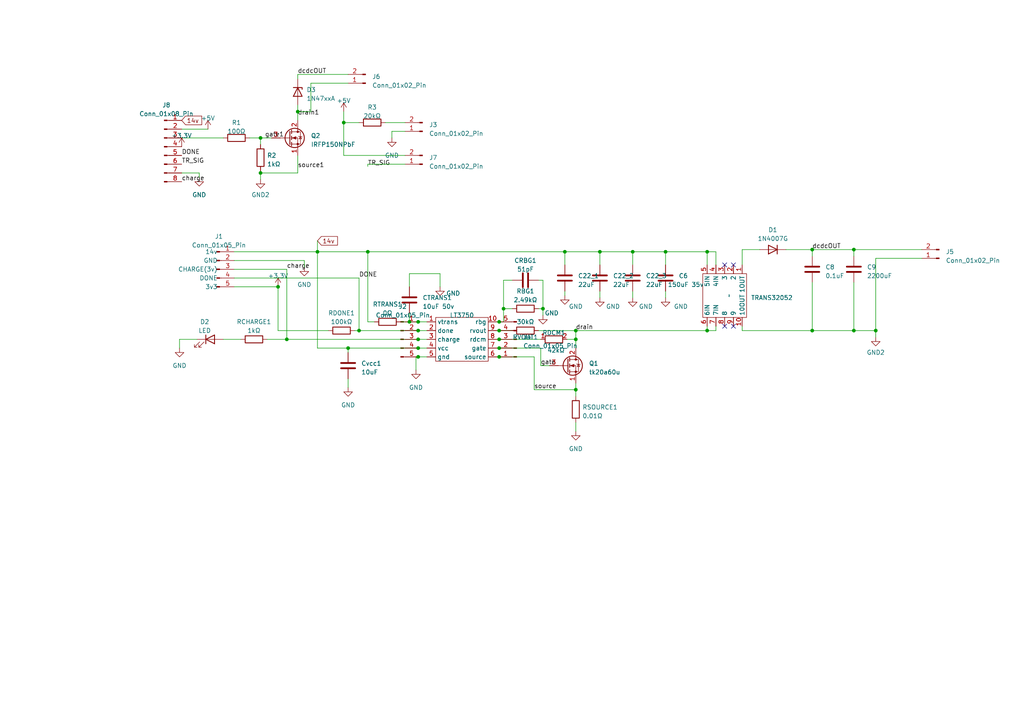
<source format=kicad_sch>
(kicad_sch (version 20230121) (generator eeschema)
  (paper "A4")
  (lib_symbols
    (symbol "2N7000_1" (pin_names hide)
      (property "Reference" "Q1" (at 6.35 0.635 0))
      (property "Value" "tk20a60u" (at 6.35 -1.905 0))
      (symbol "2N7000_1_0_1"
        (polyline (pts (xy 0.254 0) (xy -2.54 0)))
        (polyline (pts (xy 0.254 1.905) (xy 0.254 -1.905)) (stroke (width 0.254)))
        (polyline (pts (xy 0.762 -1.27) (xy 0.762 -2.286)) (stroke (width 0.254)))
        (polyline (pts (xy 0.762 0.508) (xy 0.762 -0.508)) (stroke (width 0.254)))
        (polyline (pts (xy 0.762 2.286) (xy 0.762 1.27)) (stroke (width 0.254)))
        (polyline (pts (xy 2.54 2.54) (xy 2.54 1.778)))
        (polyline (pts (xy 2.54 -2.54) (xy 2.54 0) (xy 0.762 0)))
        (polyline (pts (xy 0.762 -1.778) (xy 3.302 -1.778) (xy 3.302 1.778) (xy 0.762 1.778)))
        (polyline (pts (xy 1.016 0) (xy 2.032 0.381) (xy 2.032 -0.381) (xy 1.016 0)) (fill (type outline)))
        (polyline (pts (xy 2.794 0.508) (xy 2.921 0.381) (xy 3.683 0.381) (xy 3.81 0.254)))
        (polyline (pts (xy 3.302 0.381) (xy 2.921 -0.254) (xy 3.683 -0.254) (xy 3.302 0.381)))
        (circle (center 1.651 0) (radius 2.794) (stroke (width 0.254)))
        (circle (center 2.54 -1.778) (radius 0.254) (fill (type outline)))
        (circle (center 2.54 1.778) (radius 0.254) (fill (type outline)))
      )
      (symbol "2N7000_1_1_1"
        (pin passive line (at 2.54 -5.08 90) (length 2.54) (name "S") (number "1"))
        (pin passive line (at 2.54 5.08 270) (length 2.54) (name "D") (number "2"))
        (pin input line (at -5.08 0 0) (length 2.54) (name "G") (number "3"))
      )
    )
    (symbol "Conn_01x05_Pin_1" (pin_names (offset 1.016) hide)
      (property "Reference" "J4" (at -1.905 -0.635 0))
      (property "Value" "Conn_01x05_Pin" (at -1.905 1.905 0))
      (symbol "Conn_01x05_Pin_1_1_1"
        (rectangle (start 0 -2.413) (end 0.8636 -2.667) (stroke (width 0.1524)) (fill (type outline)))
        (polyline (pts (xy 1.27 -5.08) (xy 0.8636 -5.08)) (stroke (width 0.1524)))
        (polyline (pts (xy 1.27 -2.54) (xy 0.8636 -2.54)) (stroke (width 0.1524)))
        (polyline (pts (xy 1.27 0) (xy 0.8636 0)) (stroke (width 0.1524)))
        (polyline (pts (xy 1.27 2.54) (xy 0.8636 2.54)) (stroke (width 0.1524)))
        (polyline (pts (xy 1.27 5.08) (xy 0.8636 5.08)) (stroke (width 0.1524)))
        (rectangle (start 0 5.207) (end 0.8636 4.953) (stroke (width 0.1524)) (fill (type outline)))
        (rectangle (start 0.8636 -4.953) (end 0 -5.207) (stroke (width 0.1524)) (fill (type outline)))
        (rectangle (start 0.8636 0.127) (end 0 -0.127) (stroke (width 0.1524)) (fill (type outline)))
        (rectangle (start 0.8636 2.667) (end 0 2.413) (stroke (width 0.1524)) (fill (type outline)))
        (pin passive line (at 5.08 5.08 180) (length 3.81) (name "source") (number "1"))
        (pin passive line (at 5.08 2.54 180) (length 3.81) (name "gate") (number "2"))
        (pin passive line (at 5.08 0 180) (length 3.81) (name "rdcm") (number "3"))
        (pin passive line (at 5.08 -2.54 180) (length 3.81) (name "rvout") (number "4"))
        (pin passive line (at 5.08 -5.08 180) (length 3.81) (name "rbg") (number "5"))
      )
    )
    (symbol "Conn_01x05_Pin_2" (pin_names (offset 1.016) hide)
      (property "Reference" "J2" (at 0.635 9.525 0))
      (property "Value" "Conn_01x05_Pin" (at 0.635 6.985 0))
      (symbol "Conn_01x05_Pin_2_1_1"
        (polyline (pts (xy 1.27 -5.08) (xy 0.8636 -5.08)) (stroke (width 0.1524)))
        (polyline (pts (xy 1.27 -2.54) (xy 0.8636 -2.54)) (stroke (width 0.1524)))
        (polyline (pts (xy 1.27 0) (xy 0.8636 0)) (stroke (width 0.1524)))
        (polyline (pts (xy 1.27 2.54) (xy 0.8636 2.54)) (stroke (width 0.1524)))
        (polyline (pts (xy 1.27 5.08) (xy 0.8636 5.08)) (stroke (width 0.1524)))
        (rectangle (start 0.8636 -4.953) (end 0 -5.207) (stroke (width 0.1524)) (fill (type outline)))
        (rectangle (start 0.8636 -2.413) (end 0 -2.667) (stroke (width 0.1524)) (fill (type outline)))
        (rectangle (start 0.8636 0.127) (end 0 -0.127) (stroke (width 0.1524)) (fill (type outline)))
        (rectangle (start 0.8636 2.667) (end 0 2.413) (stroke (width 0.1524)) (fill (type outline)))
        (rectangle (start 0.8636 5.207) (end 0 4.953) (stroke (width 0.1524)) (fill (type outline)))
        (pin passive line (at 5.08 5.08 180) (length 3.81) (name "vtrans") (number "1"))
        (pin passive line (at 5.08 2.54 180) (length 3.81) (name "done") (number "2"))
        (pin passive line (at 5.08 0 180) (length 3.81) (name "charge") (number "3"))
        (pin passive line (at 5.08 -2.54 180) (length 3.81) (name "vcc") (number "4"))
        (pin passive line (at 5.08 -5.08 180) (length 3.81) (name "gnd") (number "5"))
      )
    )
    (symbol "Connector:Conn_01x02_Pin" (pin_names (offset 1.016) hide)
      (property "Reference" "J" (at 0 2.54 0))
      (property "Value" "Conn_01x02_Pin" (at 0 -5.08 0))
      (symbol "Conn_01x02_Pin_1_1"
        (polyline (pts (xy 1.27 -2.54) (xy 0.8636 -2.54)) (stroke (width 0.1524)))
        (polyline (pts (xy 1.27 0) (xy 0.8636 0)) (stroke (width 0.1524)))
        (rectangle (start 0.8636 -2.413) (end 0 -2.667) (stroke (width 0.1524)) (fill (type outline)))
        (rectangle (start 0.8636 0.127) (end 0 -0.127) (stroke (width 0.1524)) (fill (type outline)))
        (pin passive line (at 5.08 0 180) (length 3.81) (name "Pin_1") (number "1"))
        (pin passive line (at 5.08 -2.54 180) (length 3.81) (name "Pin_2") (number "2"))
      )
    )
    (symbol "Connector:Conn_01x05_Pin" (pin_names (offset 1.016))
      (property "Reference" "J1" (at 0.635 9.525 0))
      (property "Value" "Conn_01x05_Pin" (at 0.635 6.985 0))
      (symbol "Conn_01x05_Pin_1_1"
        (polyline (pts (xy 1.27 -5.08) (xy 0.8636 -5.08)) (stroke (width 0.1524)))
        (polyline (pts (xy 1.27 -2.54) (xy 0.8636 -2.54)) (stroke (width 0.1524)))
        (polyline (pts (xy 1.27 0) (xy 0.8636 0)) (stroke (width 0.1524)))
        (polyline (pts (xy 1.27 2.54) (xy 0.8636 2.54)) (stroke (width 0.1524)))
        (polyline (pts (xy 1.27 5.08) (xy 0.8636 5.08)) (stroke (width 0.1524)))
        (rectangle (start 0.8636 -4.953) (end 0 -5.207) (stroke (width 0.1524)) (fill (type outline)))
        (rectangle (start 0.8636 -2.413) (end 0 -2.667) (stroke (width 0.1524)) (fill (type outline)))
        (rectangle (start 0.8636 0.127) (end 0 -0.127) (stroke (width 0.1524)) (fill (type outline)))
        (rectangle (start 0.8636 2.667) (end 0 2.413) (stroke (width 0.1524)) (fill (type outline)))
        (rectangle (start 0.8636 5.207) (end 0 4.953) (stroke (width 0.1524)) (fill (type outline)))
        (pin passive line (at 5.08 5.08 180) (length 3.81) (name "14v") (number "1"))
        (pin passive line (at 5.08 2.54 180) (length 3.81) (name "GND") (number "2"))
        (pin passive line (at 5.08 0 180) (length 3.81) (name "CHARGE(3v)") (number "3"))
        (pin passive line (at 5.08 -2.54 180) (length 3.81) (name "DONE") (number "4"))
        (pin passive line (at 5.08 -5.08 180) (length 3.81) (name "3v3") (number "5"))
      )
    )
    (symbol "Connector:Conn_01x08_Pin" (pin_names (offset 1.016) hide)
      (property "Reference" "J" (at 0 10.16 0))
      (property "Value" "Conn_01x08_Pin" (at 0 -12.7 0))
      (symbol "Conn_01x08_Pin_1_1"
        (polyline (pts (xy 1.27 -10.16) (xy 0.8636 -10.16)) (stroke (width 0.1524)))
        (polyline (pts (xy 1.27 -7.62) (xy 0.8636 -7.62)) (stroke (width 0.1524)))
        (polyline (pts (xy 1.27 -5.08) (xy 0.8636 -5.08)) (stroke (width 0.1524)))
        (polyline (pts (xy 1.27 -2.54) (xy 0.8636 -2.54)) (stroke (width 0.1524)))
        (polyline (pts (xy 1.27 0) (xy 0.8636 0)) (stroke (width 0.1524)))
        (polyline (pts (xy 1.27 2.54) (xy 0.8636 2.54)) (stroke (width 0.1524)))
        (polyline (pts (xy 1.27 5.08) (xy 0.8636 5.08)) (stroke (width 0.1524)))
        (polyline (pts (xy 1.27 7.62) (xy 0.8636 7.62)) (stroke (width 0.1524)))
        (rectangle (start 0.8636 -10.033) (end 0 -10.287) (stroke (width 0.1524)) (fill (type outline)))
        (rectangle (start 0.8636 -7.493) (end 0 -7.747) (stroke (width 0.1524)) (fill (type outline)))
        (rectangle (start 0.8636 -4.953) (end 0 -5.207) (stroke (width 0.1524)) (fill (type outline)))
        (rectangle (start 0.8636 -2.413) (end 0 -2.667) (stroke (width 0.1524)) (fill (type outline)))
        (rectangle (start 0.8636 0.127) (end 0 -0.127) (stroke (width 0.1524)) (fill (type outline)))
        (rectangle (start 0.8636 2.667) (end 0 2.413) (stroke (width 0.1524)) (fill (type outline)))
        (rectangle (start 0.8636 5.207) (end 0 4.953) (stroke (width 0.1524)) (fill (type outline)))
        (rectangle (start 0.8636 7.747) (end 0 7.493) (stroke (width 0.1524)) (fill (type outline)))
        (pin passive line (at 5.08 7.62 180) (length 3.81) (name "Pin_1") (number "1"))
        (pin passive line (at 5.08 5.08 180) (length 3.81) (name "Pin_2") (number "2"))
        (pin passive line (at 5.08 2.54 180) (length 3.81) (name "Pin_3") (number "3"))
        (pin passive line (at 5.08 0 180) (length 3.81) (name "Pin_4") (number "4"))
        (pin passive line (at 5.08 -2.54 180) (length 3.81) (name "Pin_5") (number "5"))
        (pin passive line (at 5.08 -5.08 180) (length 3.81) (name "Pin_6") (number "6"))
        (pin passive line (at 5.08 -7.62 180) (length 3.81) (name "Pin_7") (number "7"))
        (pin passive line (at 5.08 -10.16 180) (length 3.81) (name "Pin_8") (number "8"))
      )
    )
    (symbol "DCDC:32052"
      (property "Reference" "U" (at 0 0 0))
      (symbol "32052_0_1"
        (rectangle (start -6.35 7.62) (end 6.35 -5.08))
      )
      (symbol "32052_1_1"
        (pin input line (at 8.89 -3.81 180) (length 2.54) (name "1OUT") (number "1"))
        (pin input line (at -8.89 -3.81 0) (length 2.54) (name "10OUT") (number "10"))
        (pin input line (at 8.89 -1.27 180) (length 2.54) (name "2") (number "2"))
        (pin input line (at 8.89 1.27 180) (length 2.54) (name "3") (number "3"))
        (pin input line (at 8.89 3.81 180) (length 2.54) (name "4IN") (number "4"))
        (pin input line (at 8.89 6.35 180) (length 2.54) (name "5IN") (number "5"))
        (pin input line (at -8.89 6.35 0) (length 2.54) (name "6IN") (number "6"))
        (pin input line (at -8.89 3.81 0) (length 2.54) (name "7IN") (number "7"))
        (pin input line (at -8.89 1.27 0) (length 2.54) (name "8") (number "8"))
        (pin input line (at -8.89 -1.27 0) (length 2.54) (name "9") (number "9"))
      )
    )
    (symbol "Device:C" (pin_numbers hide) (pin_names (offset 0.254))
      (property "Reference" "C" (at 0.635 2.54 0))
      (property "Value" "C" (at 0.635 -2.54 0))
      (symbol "C_0_1"
        (polyline (pts (xy -2.032 -0.762) (xy 2.032 -0.762)) (stroke (width 0.508)))
        (polyline (pts (xy -2.032 0.762) (xy 2.032 0.762)) (stroke (width 0.508)))
      )
      (symbol "C_1_1"
        (pin passive line (at 0 3.81 270) (length 2.794) (name "~") (number "1"))
        (pin passive line (at 0 -3.81 90) (length 2.794) (name "~") (number "2"))
      )
    )
    (symbol "Device:LED" (pin_numbers hide) (pin_names (offset 1.016) hide)
      (property "Reference" "D" (at 0 2.54 0))
      (property "Value" "LED" (at 0 -2.54 0))
      (symbol "LED_0_1"
        (polyline (pts (xy -1.27 -1.27) (xy -1.27 1.27)) (stroke (width 0.254)))
        (polyline (pts (xy -1.27 0) (xy 1.27 0)))
        (polyline (pts (xy 1.27 -1.27) (xy 1.27 1.27) (xy -1.27 0) (xy 1.27 -1.27)) (stroke (width 0.254)))
        (polyline (pts (xy -3.048 -0.762) (xy -4.572 -2.286) (xy -3.81 -2.286) (xy -4.572 -2.286) (xy -4.572 -1.524)))
        (polyline (pts (xy -1.778 -0.762) (xy -3.302 -2.286) (xy -2.54 -2.286) (xy -3.302 -2.286) (xy -3.302 -1.524)))
      )
      (symbol "LED_1_1"
        (pin passive line (at -3.81 0 0) (length 2.54) (name "K") (number "1"))
        (pin passive line (at 3.81 0 180) (length 2.54) (name "A") (number "2"))
      )
    )
    (symbol "Device:R" (pin_numbers hide) (pin_names (offset 0))
      (property "Reference" "R" (at 2.032 0 90))
      (property "Value" "R" (at 0 0 90))
      (symbol "R_0_1"
        (rectangle (start -1.016 -2.54) (end 1.016 2.54) (stroke (width 0.254)))
      )
      (symbol "R_1_1"
        (pin passive line (at 0 3.81 270) (length 1.27) (name "~") (number "1"))
        (pin passive line (at 0 -3.81 90) (length 1.27) (name "~") (number "2"))
      )
    )
    (symbol "Diode:1N47xxA" (pin_numbers hide) (pin_names hide)
      (property "Reference" "D" (at 0 2.54 0))
      (property "Value" "1N47xxA" (at 0 -2.54 0))
      (symbol "1N47xxA_0_1"
        (polyline (pts (xy 1.27 0) (xy -1.27 0)))
        (polyline (pts (xy -1.27 -1.27) (xy -1.27 1.27) (xy -0.762 1.27)) (stroke (width 0.254)))
        (polyline (pts (xy 1.27 -1.27) (xy 1.27 1.27) (xy -1.27 0) (xy 1.27 -1.27)) (stroke (width 0.254)))
      )
      (symbol "1N47xxA_1_1"
        (pin passive line (at -3.81 0 0) (length 2.54) (name "K") (number "1"))
        (pin passive line (at 3.81 0 180) (length 2.54) (name "A") (number "2"))
      )
    )
    (symbol "Diode:1N914" (pin_numbers hide) (pin_names hide)
      (property "Reference" "D" (at 0 2.54 0))
      (property "Value" "1N914" (at 0 -2.54 0))
      (symbol "1N914_0_1"
        (polyline (pts (xy -1.27 1.27) (xy -1.27 -1.27)) (stroke (width 0.254)))
        (polyline (pts (xy 1.27 0) (xy -1.27 0)))
        (polyline (pts (xy 1.27 1.27) (xy 1.27 -1.27) (xy -1.27 0) (xy 1.27 1.27)) (stroke (width 0.254)))
      )
      (symbol "1N914_1_1"
        (pin passive line (at -3.81 0 0) (length 2.54) (name "K") (number "1"))
        (pin passive line (at 3.81 0 180) (length 2.54) (name "A") (number "2"))
      )
    )
    (symbol "LT3750:LT3750"
      (property "Reference" "LT1" (at 0 3.175 0))
      (symbol "LT3750_0_1"
        (rectangle (start -7.62 2.54) (end 7.62 -10.16))
      )
      (symbol "LT3750_1_1"
        (pin input line (at -10.16 1.27 0) (length 2.54) (name "vtrans") (number "1"))
        (pin input line (at 10.16 1.27 180) (length 2.54) (name "rbg") (number "10"))
        (pin input line (at -10.16 -1.27 0) (length 2.54) (name "done") (number "2"))
        (pin input line (at -10.16 -3.81 0) (length 2.54) (name "charge") (number "3"))
        (pin input line (at -10.16 -6.35 0) (length 2.54) (name "vcc") (number "4"))
        (pin input line (at -10.16 -8.89 0) (length 2.54) (name "gnd") (number "5"))
        (pin input line (at 10.16 -8.89 180) (length 2.54) (name "source") (number "6"))
        (pin input line (at 10.16 -6.35 180) (length 2.54) (name "gate") (number "7"))
        (pin input line (at 10.16 -3.81 180) (length 2.54) (name "rdcm") (number "8"))
        (pin input line (at 10.16 -1.27 180) (length 2.54) (name "rvout") (number "9"))
      )
    )
    (symbol "R_1" (pin_names (offset 0))
      (property "Reference" "R" (at 2.032 0 90))
      (property "Value" "R" (at 0 0 90))
      (symbol "R_1_0_1"
        (rectangle (start -1.016 -2.54) (end 1.016 2.54) (stroke (width 0.254)))
      )
      (symbol "R_1_1_1"
        (pin passive line (at 0 3.81 270) (length 1.27) (name "~") (number "1"))
        (pin passive line (at 0 -3.81 90) (length 1.27) (name "~") (number "2"))
      )
    )
    (symbol "Transistor_FET:2N7000" (pin_names hide)
      (property "Reference" "Q2" (at 6.35 0.635 0))
      (property "Value" "IRFP150NPbF" (at 6.35 -1.905 0))
      (symbol "2N7000_0_1"
        (polyline (pts (xy 0.254 0) (xy -2.54 0)))
        (polyline (pts (xy 0.254 1.905) (xy 0.254 -1.905)) (stroke (width 0.254)))
        (polyline (pts (xy 0.762 -1.27) (xy 0.762 -2.286)) (stroke (width 0.254)))
        (polyline (pts (xy 0.762 0.508) (xy 0.762 -0.508)) (stroke (width 0.254)))
        (polyline (pts (xy 0.762 2.286) (xy 0.762 1.27)) (stroke (width 0.254)))
        (polyline (pts (xy 2.54 2.54) (xy 2.54 1.778)))
        (polyline (pts (xy 2.54 -2.54) (xy 2.54 0) (xy 0.762 0)))
        (polyline (pts (xy 0.762 -1.778) (xy 3.302 -1.778) (xy 3.302 1.778) (xy 0.762 1.778)))
        (polyline (pts (xy 1.016 0) (xy 2.032 0.381) (xy 2.032 -0.381) (xy 1.016 0)) (fill (type outline)))
        (polyline (pts (xy 2.794 0.508) (xy 2.921 0.381) (xy 3.683 0.381) (xy 3.81 0.254)))
        (polyline (pts (xy 3.302 0.381) (xy 2.921 -0.254) (xy 3.683 -0.254) (xy 3.302 0.381)))
        (circle (center 1.651 0) (radius 2.794) (stroke (width 0.254)))
        (circle (center 2.54 -1.778) (radius 0.254) (fill (type outline)))
        (circle (center 2.54 1.778) (radius 0.254) (fill (type outline)))
      )
      (symbol "2N7000_1_1"
        (pin passive line (at 2.54 -5.08 90) (length 2.54) (name "S") (number "1"))
        (pin passive line (at 2.54 5.08 270) (length 2.54) (name "D") (number "2"))
        (pin input line (at -5.08 0 0) (length 2.54) (name "G") (number "3"))
      )
    )
    (symbol "power:+3.3V" (power) (pin_names (offset 0))
      (property "Value" "+3.3V" (at 0 3.556 0))
      (symbol "+3.3V_0_1"
        (polyline (pts (xy -0.762 1.27) (xy 0 2.54)))
        (polyline (pts (xy 0 0) (xy 0 2.54)))
        (polyline (pts (xy 0 2.54) (xy 0.762 1.27)))
      )
      (symbol "+3.3V_1_1"
        (pin power_in line (at 0 0 90) (length 0) hide (name "+3.3V") (number "1"))
      )
    )
    (symbol "power:+5V" (power) (pin_names (offset 0))
      (property "Value" "+5V" (at 0 3.556 0))
      (symbol "+5V_0_1"
        (polyline (pts (xy -0.762 1.27) (xy 0 2.54)))
        (polyline (pts (xy 0 0) (xy 0 2.54)))
        (polyline (pts (xy 0 2.54) (xy 0.762 1.27)))
      )
      (symbol "+5V_1_1"
        (pin power_in line (at 0 0 90) (length 0) hide (name "+5V") (number "1"))
      )
    )
    (symbol "power:GND" (power) (pin_names (offset 0))
      (property "Value" "GND" (at 0 -3.81 0))
      (symbol "GND_0_1"
        (polyline (pts (xy 0 0) (xy 0 -1.27) (xy 1.27 -1.27) (xy 0 -2.54) (xy -1.27 -1.27) (xy 0 -1.27)))
      )
      (symbol "GND_1_1"
        (pin power_in line (at 0 0 270) (length 0) hide (name "GND") (number "1"))
      )
    )
    (symbol "power:GND2" (power) (pin_names (offset 0))
      (property "Value" "GND2" (at 0 -3.81 0))
      (symbol "GND2_0_1"
        (polyline (pts (xy 0 0) (xy 0 -1.27) (xy 1.27 -1.27) (xy 0 -2.54) (xy -1.27 -1.27) (xy 0 -1.27)))
      )
      (symbol "GND2_1_1"
        (pin power_in line (at 0 0 270) (length 0) hide (name "GND2") (number "1"))
      )
    )
  )
  (junction (at 205.105 95.885))
  (junction (at 163.83 73.025))
  (junction (at 104.14 95.885))
  (junction (at 247.65 95.885))
  (junction (at 247.65 72.39))
  (junction (at 144.78 95.885))
  (junction (at 183.515 73.025))
  (junction (at 121.285 100.965))
  (junction (at 235.585 72.39))
  (junction (at 92.075 73.025))
  (junction (at 121.285 98.425))
  (junction (at 205.105 73.025))
  (junction (at 106.68 73.025))
  (junction (at 121.285 95.885))
  (junction (at 144.78 100.965))
  (junction (at 144.78 103.505))
  (junction (at 144.78 93.345))
  (junction (at 235.585 95.885))
  (junction (at 99.695 35.56))
  (junction (at 167.005 98.425))
  (junction (at 193.04 73.025))
  (junction (at 75.565 40.005))
  (junction (at 146.05 89.535))
  (junction (at 157.48 89.535))
  (junction (at 80.645 83.185))
  (junction (at 144.78 98.425))
  (junction (at 121.285 93.345))
  (junction (at 83.185 98.425))
  (junction (at 173.99 73.025))
  (junction (at 86.36 32.385))
  (junction (at 121.285 103.505))
  (junction (at 118.745 93.345))
  (junction (at 167.005 95.885))
  (junction (at 100.965 100.965))
  (junction (at 75.565 50.165))
  (junction (at 254 95.885))
  (junction (at 167.005 113.03))
  (no_connect (at 210.185 94.615))
  (no_connect (at 212.725 94.615))
  (no_connect (at 210.185 76.835))
  (no_connect (at 212.725 76.835))
  (wire (pts (xy 127.635 79.375) (xy 127.635 83.185)))
  (wire (pts (xy 57.785 50.165) (xy 57.785 51.435)))
  (wire (pts (xy 183.515 84.455) (xy 183.515 86.36)))
  (wire (pts (xy 106.68 93.345) (xy 106.68 73.025)))
  (wire (pts (xy 207.645 95.885) (xy 207.645 94.615)))
  (wire (pts (xy 72.39 40.005) (xy 75.565 40.005)))
  (wire (pts (xy 75.565 49.53) (xy 75.565 50.165)))
  (wire (pts (xy 167.005 98.425) (xy 167.005 100.965)))
  (wire (pts (xy 183.515 73.025) (xy 193.04 73.025)))
  (wire (pts (xy 104.14 95.885) (xy 104.14 80.645)))
  (wire (pts (xy 86.36 30.48) (xy 86.36 32.385)))
  (wire (pts (xy 154.94 113.03) (xy 167.005 113.03)))
  (wire (pts (xy 80.645 83.185) (xy 67.945 83.185)))
  (wire (pts (xy 80.645 95.885) (xy 80.645 83.185)))
  (wire (pts (xy 95.25 95.885) (xy 80.645 95.885)))
  (wire (pts (xy 254 95.885) (xy 254 97.79)))
  (wire (pts (xy 52.705 40.005) (xy 64.77 40.005)))
  (wire (pts (xy 235.585 72.39) (xy 235.585 74.295)))
  (wire (pts (xy 167.005 98.425) (xy 167.005 95.885)))
  (wire (pts (xy 104.14 35.56) (xy 99.695 35.56)))
  (wire (pts (xy 235.585 72.39) (xy 247.65 72.39)))
  (wire (pts (xy 205.105 73.025) (xy 207.645 73.025)))
  (wire (pts (xy 86.36 32.385) (xy 86.36 34.925)))
  (wire (pts (xy 123.825 100.965) (xy 121.285 100.965)))
  (wire (pts (xy 157.48 89.535) (xy 157.48 91.44)))
  (wire (pts (xy 156.21 89.535) (xy 157.48 89.535)))
  (wire (pts (xy 116.205 93.345) (xy 118.745 93.345)))
  (wire (pts (xy 67.945 78.105) (xy 83.185 78.105)))
  (wire (pts (xy 52.705 50.165) (xy 57.785 50.165)))
  (wire (pts (xy 83.185 98.425) (xy 121.285 98.425)))
  (wire (pts (xy 117.475 47.625) (xy 106.68 47.625)))
  (wire (pts (xy 118.745 93.345) (xy 121.285 93.345)))
  (wire (pts (xy 144.145 95.885) (xy 144.78 95.885)))
  (wire (pts (xy 106.68 47.625) (xy 106.68 48.26)))
  (wire (pts (xy 86.36 50.165) (xy 75.565 50.165)))
  (wire (pts (xy 102.87 95.885) (xy 104.14 95.885)))
  (wire (pts (xy 144.145 93.345) (xy 144.78 93.345)))
  (wire (pts (xy 100.965 24.13) (xy 90.17 24.13)))
  (wire (pts (xy 205.105 95.885) (xy 205.105 94.615)))
  (wire (pts (xy 157.48 89.535) (xy 157.48 81.28)))
  (wire (pts (xy 173.99 73.025) (xy 183.515 73.025)))
  (wire (pts (xy 121.285 98.425) (xy 123.825 98.425)))
  (wire (pts (xy 173.99 73.025) (xy 173.99 76.835)))
  (wire (pts (xy 167.005 95.885) (xy 205.105 95.885)))
  (wire (pts (xy 146.05 89.535) (xy 148.59 89.535)))
  (wire (pts (xy 92.075 73.025) (xy 106.68 73.025)))
  (wire (pts (xy 77.47 98.425) (xy 83.185 98.425)))
  (wire (pts (xy 86.36 45.085) (xy 86.36 50.165)))
  (wire (pts (xy 146.05 93.345) (xy 146.05 89.535)))
  (wire (pts (xy 247.65 72.39) (xy 267.335 72.39)))
  (wire (pts (xy 86.36 22.86) (xy 86.36 21.59)))
  (wire (pts (xy 164.465 98.425) (xy 167.005 98.425)))
  (wire (pts (xy 100.965 100.965) (xy 100.965 102.235)))
  (wire (pts (xy 254 95.885) (xy 247.65 95.885)))
  (wire (pts (xy 113.665 38.1) (xy 113.665 40.005)))
  (wire (pts (xy 67.945 75.565) (xy 88.265 75.565)))
  (wire (pts (xy 99.695 45.085) (xy 99.695 35.56)))
  (wire (pts (xy 215.265 72.39) (xy 220.345 72.39)))
  (wire (pts (xy 254 74.93) (xy 267.335 74.93)))
  (wire (pts (xy 157.48 81.28) (xy 156.21 81.28)))
  (wire (pts (xy 144.145 103.505) (xy 144.78 103.505)))
  (wire (pts (xy 215.265 76.835) (xy 215.265 72.39)))
  (wire (pts (xy 92.075 100.965) (xy 100.965 100.965)))
  (wire (pts (xy 146.05 81.28) (xy 148.59 81.28)))
  (wire (pts (xy 163.83 73.025) (xy 163.83 76.835)))
  (wire (pts (xy 52.07 100.965) (xy 52.07 98.425)))
  (wire (pts (xy 90.17 32.385) (xy 86.36 32.385)))
  (wire (pts (xy 121.285 95.885) (xy 123.825 95.885)))
  (wire (pts (xy 144.78 100.965) (xy 156.845 100.965)))
  (wire (pts (xy 235.585 81.915) (xy 235.585 95.885)))
  (wire (pts (xy 173.99 84.455) (xy 173.99 86.36)))
  (wire (pts (xy 90.17 24.13) (xy 90.17 32.385)))
  (wire (pts (xy 104.14 95.885) (xy 121.285 95.885)))
  (wire (pts (xy 207.645 73.025) (xy 207.645 76.835)))
  (wire (pts (xy 92.075 69.85) (xy 92.075 73.025)))
  (wire (pts (xy 235.585 95.885) (xy 247.65 95.885)))
  (wire (pts (xy 120.65 107.315) (xy 120.65 103.505)))
  (wire (pts (xy 205.105 95.885) (xy 207.645 95.885)))
  (wire (pts (xy 144.145 98.425) (xy 144.78 98.425)))
  (wire (pts (xy 92.075 100.965) (xy 92.075 73.025)))
  (wire (pts (xy 67.945 73.025) (xy 92.075 73.025)))
  (wire (pts (xy 75.565 50.165) (xy 75.565 52.07)))
  (wire (pts (xy 86.36 21.59) (xy 100.965 21.59)))
  (wire (pts (xy 144.78 93.345) (xy 146.05 93.345)))
  (wire (pts (xy 154.94 103.505) (xy 154.94 113.03)))
  (wire (pts (xy 156.21 95.885) (xy 167.005 95.885)))
  (wire (pts (xy 193.04 73.025) (xy 205.105 73.025)))
  (wire (pts (xy 121.285 93.345) (xy 123.825 93.345)))
  (wire (pts (xy 146.05 89.535) (xy 146.05 81.28)))
  (wire (pts (xy 156.845 106.045) (xy 159.385 106.045)))
  (wire (pts (xy 104.14 80.645) (xy 67.945 80.645)))
  (wire (pts (xy 163.83 73.025) (xy 173.99 73.025)))
  (wire (pts (xy 111.76 35.56) (xy 117.475 35.56)))
  (wire (pts (xy 144.78 95.885) (xy 148.59 95.885)))
  (wire (pts (xy 118.745 79.375) (xy 127.635 79.375)))
  (wire (pts (xy 88.265 75.565) (xy 88.265 77.47)))
  (wire (pts (xy 117.475 45.085) (xy 99.695 45.085)))
  (wire (pts (xy 121.285 100.965) (xy 100.965 100.965)))
  (wire (pts (xy 52.705 37.465) (xy 60.325 37.465)))
  (wire (pts (xy 108.585 93.345) (xy 106.68 93.345)))
  (wire (pts (xy 193.04 84.455) (xy 193.04 86.36)))
  (wire (pts (xy 75.565 40.005) (xy 78.74 40.005)))
  (wire (pts (xy 144.78 98.425) (xy 156.845 98.425)))
  (wire (pts (xy 254 74.93) (xy 254 95.885)))
  (wire (pts (xy 167.005 113.03) (xy 167.005 114.935)))
  (wire (pts (xy 117.475 38.1) (xy 113.665 38.1)))
  (wire (pts (xy 144.145 100.965) (xy 144.78 100.965)))
  (wire (pts (xy 215.265 95.885) (xy 235.585 95.885)))
  (wire (pts (xy 163.83 84.455) (xy 163.83 85.725)))
  (wire (pts (xy 118.745 83.185) (xy 118.745 79.375)))
  (wire (pts (xy 205.105 73.025) (xy 205.105 76.835)))
  (wire (pts (xy 227.965 72.39) (xy 235.585 72.39)))
  (wire (pts (xy 106.68 73.025) (xy 163.83 73.025)))
  (wire (pts (xy 183.515 73.025) (xy 183.515 76.835)))
  (wire (pts (xy 118.745 90.805) (xy 118.745 93.345)))
  (wire (pts (xy 120.65 103.505) (xy 121.285 103.505)))
  (wire (pts (xy 52.07 98.425) (xy 57.15 98.425)))
  (wire (pts (xy 100.965 109.855) (xy 100.965 112.395)))
  (wire (pts (xy 64.77 98.425) (xy 69.85 98.425)))
  (wire (pts (xy 247.65 72.39) (xy 247.65 74.295)))
  (wire (pts (xy 215.265 94.615) (xy 215.265 95.885)))
  (wire (pts (xy 121.285 103.505) (xy 123.825 103.505)))
  (wire (pts (xy 75.565 40.005) (xy 75.565 41.91)))
  (wire (pts (xy 167.005 122.555) (xy 167.005 125.095)))
  (wire (pts (xy 83.185 78.105) (xy 83.185 98.425)))
  (wire (pts (xy 144.78 103.505) (xy 154.94 103.505)))
  (wire (pts (xy 156.845 100.965) (xy 156.845 106.045)))
  (wire (pts (xy 99.695 35.56) (xy 99.695 32.385)))
  (wire (pts (xy 167.005 111.125) (xy 167.005 113.03)))
  (wire (pts (xy 193.04 73.025) (xy 193.04 76.835)))
  (wire (pts (xy 247.65 81.915) (xy 247.65 95.885)))
  (label "TR_SIG" (at 52.705 47.625 0))
  (label "charge" (at 83.185 78.105 0))
  (label "dcdcOUT" (at 235.585 72.39 0))
  (label "DONE" (at 52.705 45.085 0))
  (label "source1" (at 86.36 48.895 0))
  (label "source" (at 154.94 113.03 0))
  (label "drain1" (at 86.36 33.655 0))
  (label "gate1" (at 76.835 40.005 0))
  (label "dcdcOUT" (at 86.36 21.59 0))
  (label "TR_SIG" (at 106.68 48.26 0))
  (label "charge" (at 52.705 52.705 0))
  (label "DONE" (at 104.14 80.645 0))
  (label "drain" (at 167.005 95.885 0))
  (label "gate" (at 156.845 106.045 0))
  (global_label "14v" (shape input) (at 52.705 34.925 0) (property "Intersheetrefs" "${INTERSHEET_REFS}" (effects hide)))
  (global_label "14v" (shape input) (at 92.075 69.85 0) (property "Intersheetrefs" "${INTERSHEET_REFS}" (effects hide)))
  (symbol (lib_id "Diode:1N914") (at 224.155 72.39 180) (unit 1)
    (property "Reference" "D1" (at 224.155 66.675 0))
    (property "Value" "1N4007G" (at 224.155 69.215 0))
    (property "Footprint" "Diode_THT:D_DO-35_SOD27_P7.62mm_Horizontal" (effects hide))
    (property "Sim.Device" "D" (effects hide))
    (property "Sim.Pins" "1=K 2=A" (effects hide))
  )
  (symbol (lib_id "power:+5V") (at 99.695 32.385 0) (unit 1)
    (property "Reference" "#PWR016" (effects hide))
    (property "Value" "+5V" (at 99.695 29.21 0))
  )
  (symbol (lib_id "Connector:Conn_01x02_Pin") (at 122.555 38.1 180) (unit 1)
    (property "Reference" "J3" (at 124.46 36.195 0) (effects (justify right)))
    (property "Value" "Conn_01x02_Pin" (at 124.46 38.735 0) (effects (justify right)))
    (property "Footprint" "Connector_PinHeader_2.54mm:PinHeader_1x02_P2.54mm_Vertical" (effects hide))
  )
  (symbol (lib_id "power:GND") (at 120.65 107.315 0) (unit 1)
    (property "Reference" "#PWR09" (effects hide))
    (property "Value" "GND" (at 120.65 112.395 0))
  )
  (symbol (lib_id "power:GND") (at 193.04 86.36 0) (unit 1)
    (property "Reference" "#PWR04" (effects hide))
    (property "Value" "GND" (at 197.485 88.9 0))
  )
  (symbol (lib_id "power:GND") (at 183.515 86.36 0) (unit 1)
    (property "Reference" "#PWR03" (effects hide))
    (property "Value" "GND" (at 187.325 88.9 0))
  )
  (symbol (lib_id "Device:R") (at 152.4 89.535 90) (unit 1)
    (property "Reference" "RBG1" (at 152.4 84.455 90))
    (property "Value" "2.49kΩ" (at 152.4 86.995 90))
    (property "Footprint" "Resistor_THT:R_Axial_DIN0204_L3.6mm_D1.6mm_P7.62mm_Horizontal" (effects hide))
  )
  (symbol (lib_id "power:GND") (at 57.785 51.435 0) (unit 1)
    (property "Reference" "#PWR015" (effects hide))
    (property "Value" "GND" (at 57.785 56.515 0))
  )
  (symbol (lib_id "Device:R") (at 99.06 95.885 90) (unit 1)
    (property "Reference" "RDONE1" (at 99.06 90.805 90))
    (property "Value" "100kΩ" (at 99.06 93.345 90))
    (property "Footprint" "Resistor_SMD:R_0201_0603Metric" (effects hide))
  )
  (symbol (lib_id "Device:C") (at 152.4 81.28 90) (unit 1)
    (property "Reference" "CRBG1" (at 152.4 75.565 90))
    (property "Value" "51pF" (at 152.4 78.105 90))
    (property "Footprint" "Inductor_SMD:L_0603_1608Metric" (effects hide))
  )
  (symbol (lib_id "Device:C") (at 183.515 80.645 0) (unit 1)
    (property "Reference" "C22_3" (at 187.325 80.01 0) (effects (justify left)))
    (property "Value" "22uF" (at 187.325 82.55 0) (effects (justify left)))
    (property "Footprint" "Inductor_SMD:L_0805_2012Metric" (effects hide))
  )
  (symbol (lib_id "Device:R") (at 75.565 45.72 180) (unit 1)
    (property "Reference" "R2" (at 77.47 45.085 0) (effects (justify right)))
    (property "Value" "1kΩ" (at 77.47 47.625 0) (effects (justify right)))
    (property "Footprint" "Resistor_SMD:R_0603_1608Metric" (effects hide))
  )
  (symbol (lib_id "Connector:Conn_01x08_Pin") (at 47.625 42.545 0) (unit 1)
    (property "Reference" "J8" (at 48.26 30.48 0))
    (property "Value" "Conn_01x08_Pin" (at 48.26 33.02 0))
    (property "Footprint" "JST_XH_B8B-XH-AM_1x08_P2.50mm_Vertical" (effects hide))
  )
  (symbol (lib_id "Device:LED") (at 60.96 98.425 0) (unit 1)
    (property "Reference" "D2" (at 59.3725 93.345 0))
    (property "Value" "LED" (at 59.3725 95.885 0))
    (property "Footprint" "LED_THT:LED_D3.0mm_FlatTop" (effects hide))
  )
  (symbol (lib_id "Connector:Conn_01x05_Pin") (at 62.865 78.105 0) (unit 1)
    (property "Reference" "J1" (at 63.5 68.58 0))
    (property "Value" "Conn_01x05_Pin" (at 63.5 71.12 0))
    (property "Footprint" "Connector_PinHeader_2.54mm:PinHeader_1x05_P2.54mm_Vertical" (effects hide))
  )
  (symbol (lib_id "Device:C") (at 100.965 106.045 0) (unit 1)
    (property "Reference" "Cvcc1" (at 104.775 105.41 0) (effects (justify left)))
    (property "Value" "10uF" (at 104.775 107.95 0) (effects (justify left)))
    (property "Footprint" "Inductor_SMD:L_0805_2012Metric" (effects hide))
  )
  (symbol (lib_id "Device:C") (at 163.83 80.645 0) (unit 1)
    (property "Reference" "C22_1" (at 167.64 80.01 0) (effects (justify left)))
    (property "Value" "22uF" (at 167.64 82.55 0) (effects (justify left)))
    (property "Footprint" "Inductor_SMD:L_0805_2012Metric" (effects hide))
  )
  (symbol (lib_id "power:+3.3V") (at 52.705 42.545 0) (unit 1)
    (property "Reference" "#PWR017" (effects hide))
    (property "Value" "+3.3V" (at 52.705 39.37 0))
  )
  (symbol (lib_id "Device:C") (at 173.99 80.645 0) (unit 1)
    (property "Reference" "C22_2" (at 177.8 80.01 0) (effects (justify left)))
    (property "Value" "22uF" (at 177.8 82.55 0) (effects (justify left)))
    (property "Footprint" "Inductor_SMD:L_0805_2012Metric" (effects hide))
  )
  (symbol (lib_id "DCDC:32052") (at 211.455 85.725 90) (unit 1)
    (property "Reference" "TRANS32052" (at 217.805 86.36 90) (effects (justify right)))
    (property "Value" "~" (at 211.455 85.725 0))
    (property "Footprint" "DCDC1_library:32052" (effects hide))
    (property "Datasheet" "https://www.we-online.com/components/products/datasheet/750032052.pdf" (effects hide))
  )
  (symbol (lib_name "Conn_01x05_Pin_1") (lib_id "Connector:Conn_01x05_Pin") (at 149.86 98.425 180) (unit 1)
    (property "Reference" "J4" (at 151.765 97.79 0) (effects (justify right)))
    (property "Value" "Conn_01x05_Pin" (at 151.765 100.33 0) (effects (justify right)))
    (property "Footprint" "Connector_PinHeader_2.54mm:PinHeader_1x05_P2.54mm_Vertical" (effects hide))
  )
  (symbol (lib_id "power:GND2") (at 254 97.79 0) (unit 1)
    (property "Reference" "#PWR011" (effects hide))
    (property "Value" "GND2" (at 254 102.235 0))
  )
  (symbol (lib_id "Device:R") (at 167.005 118.745 180) (unit 1)
    (property "Reference" "RSOURCE1" (at 168.91 118.11 0) (effects (justify right)))
    (property "Value" "0.01Ω" (at 168.91 120.65 0) (effects (justify right)))
    (property "Footprint" "Resistor_SMD:R_Shunt_Vishay_WSR2_WSR3" (effects hide))
  )
  (symbol (lib_id "Device:R") (at 112.395 93.345 90) (unit 1)
    (property "Reference" "RTRANS1" (at 112.395 88.265 90))
    (property "Value" "0Ω" (at 112.395 90.805 90))
    (property "Footprint" "Resistor_THT:R_Axial_DIN0204_L3.6mm_D1.6mm_P7.62mm_Horizontal" (effects hide))
  )
  (symbol (lib_id "power:GND") (at 163.83 85.725 0) (unit 1)
    (property "Reference" "#PWR01" (effects hide))
    (property "Value" "GND" (at 167.005 88.9 0))
  )
  (symbol (lib_name "Conn_01x05_Pin_2") (lib_id "Connector:Conn_01x05_Pin") (at 116.205 98.425 0) (unit 1)
    (property "Reference" "J2" (at 116.84 88.9 0))
    (property "Value" "Conn_01x05_Pin" (at 116.84 91.44 0))
    (property "Footprint" "Connector_PinHeader_2.54mm:PinHeader_1x05_P2.54mm_Vertical" (effects hide))
  )
  (symbol (lib_id "Device:C") (at 118.745 86.995 0) (unit 1)
    (property "Reference" "CTRANS1" (at 122.555 86.36 0) (effects (justify left)))
    (property "Value" "10uF 50v" (at 122.555 88.9 0) (effects (justify left)))
    (property "Footprint" "Inductor_SMD:L_0805_2012Metric" (effects hide))
  )
  (symbol (lib_id "power:+3.3V") (at 80.645 83.185 0) (unit 1)
    (property "Reference" "#PWR018" (effects hide))
    (property "Value" "+3.3V" (at 80.645 80.01 0))
  )
  (symbol (lib_id "Connector:Conn_01x02_Pin") (at 122.555 47.625 180) (unit 1)
    (property "Reference" "J7" (at 124.46 45.72 0) (effects (justify right)))
    (property "Value" "Conn_01x02_Pin" (at 124.46 48.26 0) (effects (justify right)))
    (property "Footprint" "Connector_PinHeader_2.54mm:PinHeader_1x02_P2.54mm_Vertical" (effects hide))
  )
  (symbol (lib_id "power:GND2") (at 75.565 52.07 0) (unit 1)
    (property "Reference" "#PWR013" (effects hide))
    (property "Value" "GND2" (at 75.565 56.515 0))
  )
  (symbol (lib_id "power:+5V") (at 60.325 37.465 0) (unit 1)
    (property "Reference" "#PWR019" (effects hide))
    (property "Value" "+5V" (at 60.325 34.29 0))
  )
  (symbol (lib_id "Transistor_FET:2N7000") (at 83.82 40.005 0) (unit 1)
    (property "Reference" "Q2" (at 90.17 39.37 0) (effects (justify left)))
    (property "Value" "IRFP150NPbF" (at 90.17 41.91 0) (effects (justify left)))
    (property "Footprint" "digikey-footprints:TERM_BLOCK_1x3_P5.08MM" (effects hide))
    (property "Datasheet" "https://www.vishay.com/docs/70226/70226.pdf" (effects hide))
  )
  (symbol (lib_id "power:GND") (at 52.07 100.965 0) (unit 1)
    (property "Reference" "#PWR012" (effects hide))
    (property "Value" "GND" (at 52.07 106.045 0))
  )
  (symbol (lib_id "power:GND") (at 157.48 91.44 0) (unit 1)
    (property "Reference" "#PWR05" (effects hide))
    (property "Value" "GND" (at 160.02 90.805 0))
  )
  (symbol (lib_name "2N7000_1") (lib_id "Transistor_FET:2N7000") (at 164.465 106.045 0) (unit 1)
    (property "Reference" "Q1" (at 170.815 105.41 0) (effects (justify left)))
    (property "Value" "tk20a60u" (at 170.815 107.95 0) (effects (justify left)))
    (property "Footprint" "digikey-footprints:PinHeader_1x3_P2.54_Drill1.1mm" (effects hide))
    (property "Datasheet" "https://www.vishay.com/docs/70226/70226.pdf" (effects hide))
  )
  (symbol (lib_id "power:GND") (at 127.635 83.185 0) (unit 1)
    (property "Reference" "#PWR06" (effects hide))
    (property "Value" "GND" (at 131.445 85.09 0))
  )
  (symbol (lib_id "Diode:1N47xxA") (at 86.36 26.67 270) (unit 1)
    (property "Reference" "D3" (at 88.9 26.035 90) (effects (justify left)))
    (property "Value" "1N47xxA" (at 88.9 28.575 90) (effects (justify left)))
    (property "Footprint" "Diode_THT:D_DO-41_SOD81_P10.16mm_Horizontal" (effects hide))
    (property "Datasheet" "https://www.vishay.com/docs/85816/1n4728a.pdf" (effects hide))
  )
  (symbol (lib_id "power:GND") (at 113.665 40.005 0) (unit 1)
    (property "Reference" "#PWR014" (effects hide))
    (property "Value" "GND" (at 113.665 45.085 0))
  )
  (symbol (lib_id "Device:R") (at 107.95 35.56 270) (unit 1)
    (property "Reference" "R3" (at 107.95 31.115 90))
    (property "Value" "20kΩ" (at 107.95 33.655 90))
    (property "Footprint" "Resistor_SMD:R_0201_0603Metric" (effects hide))
  )
  (symbol (lib_id "Device:R") (at 68.58 40.005 90) (unit 1)
    (property "Reference" "R1" (at 68.58 35.56 90))
    (property "Value" "100Ω" (at 68.58 38.1 90))
    (property "Footprint" "Resistor_SMD:R_0603_1608Metric" (effects hide))
  )
  (symbol (lib_id "Device:C") (at 193.04 80.645 0) (unit 1)
    (property "Reference" "C6" (at 196.85 80.01 0) (effects (justify left)))
    (property "Value" "150uF 35v" (at 193.675 82.55 0) (effects (justify left)))
    (property "Footprint" "Capacitor_THT:CP_Radial_D8.0mm_P3.50mm" (effects hide))
  )
  (symbol (lib_id "LT3750:LT3750") (at 133.985 94.615 0) (unit 1)
    (property "Reference" "LT3750" (at 133.985 91.44 0))
    (property "Footprint" "digikey-footprints:MSOP-10_W3mm" (effects hide))
    (property "Datasheet" "https://www.analog.com/media/jp/technical-documentation/data-sheets/j3750fa.pdf" (effects hide))
  )
  (symbol (lib_id "power:GND") (at 167.005 125.095 0) (unit 1)
    (property "Reference" "#PWR010" (effects hide))
    (property "Value" "GND" (at 167.005 130.175 0))
  )
  (symbol (lib_id "Device:C") (at 247.65 78.105 180) (unit 1)
    (property "Reference" "C9" (at 251.46 77.47 0) (effects (justify right)))
    (property "Value" "2200uF" (at 251.46 80.01 0) (effects (justify right)))
    (property "Footprint" "Connector_AMASS:AMASS_XT30UPB-F_1x02_P5.0mm_Vertical" (effects hide))
  )
  (symbol (lib_id "power:GND") (at 88.265 77.47 0) (unit 1)
    (property "Reference" "#PWR07" (effects hide))
    (property "Value" "GND" (at 88.265 82.55 0))
  )
  (symbol (lib_id "power:GND") (at 173.99 86.36 0) (unit 1)
    (property "Reference" "#PWR02" (effects hide))
    (property "Value" "GND" (at 177.8 88.9 0))
  )
  (symbol (lib_id "Device:R") (at 152.4 95.885 90) (unit 1)
    (property "Reference" "RVOUT1" (at 152.4 97.79 90))
    (property "Value" "30kΩ" (at 152.4 93.345 90))
    (property "Footprint" "Resistor_THT:R_Axial_DIN0204_L3.6mm_D1.6mm_P7.62mm_Horizontal" (effects hide))
  )
  (symbol (lib_id "Connector:Conn_01x02_Pin") (at 272.415 74.93 180) (unit 1)
    (property "Reference" "J5" (at 274.32 73.025 0) (effects (justify right)))
    (property "Value" "Conn_01x02_Pin" (at 274.32 75.565 0) (effects (justify right)))
    (property "Footprint" "Connector_AMASS:AMASS_XT30UPB-F_1x02_P5.0mm_Vertical" (effects hide))
  )
  (symbol (lib_id "Device:C") (at 235.585 78.105 180) (unit 1)
    (property "Reference" "C8" (at 239.395 77.47 0) (effects (justify right)))
    (property "Value" "0.1uF" (at 239.395 80.01 0) (effects (justify right)))
    (property "Footprint" "Connector_PinHeader_2.54mm:PinHeader_1x02_P2.54mm_Vertical" (effects hide))
  )
  (symbol (lib_id "Connector:Conn_01x02_Pin") (at 106.045 24.13 180) (unit 1)
    (property "Reference" "J6" (at 107.95 22.225 0) (effects (justify right)))
    (property "Value" "Conn_01x02_Pin" (at 107.95 24.765 0) (effects (justify right)))
    (property "Footprint" "Connector_AMASS:AMASS_XT30UPB-F_1x02_P5.0mm_Vertical" (effects hide))
  )
  (symbol (lib_id "power:GND") (at 100.965 112.395 0) (unit 1)
    (property "Reference" "#PWR08" (effects hide))
    (property "Value" "GND" (at 100.965 117.475 0))
  )
  (symbol (lib_name "R_1") (lib_id "Device:R") (at 160.655 98.425 90) (unit 1)
    (property "Reference" "RDCM1" (at 160.655 96.52 90))
    (property "Value" "42kΩ" (at 161.29 101.6 90))
    (property "Footprint" "Resistor_THT:R_Axial_DIN0204_L3.6mm_D1.6mm_P7.62mm_Horizontal" (effects hide))
  )
  (symbol (lib_id "Device:R") (at 73.66 98.425 90) (unit 1)
    (property "Reference" "RCHARGE1" (at 73.66 93.345 90))
    (property "Value" "1kΩ" (at 73.66 95.885 90))
    (property "Footprint" "digikey-footprints:0603" (effects hide))
  )
)
</source>
